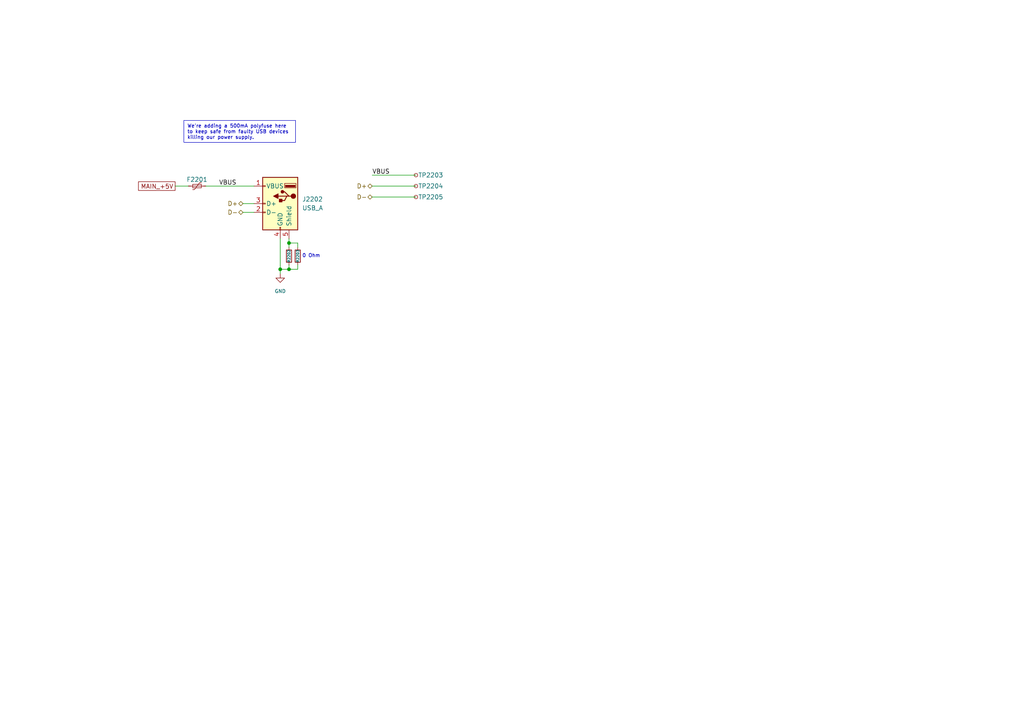
<source format=kicad_sch>
(kicad_sch (version 20250114) (generator "eeschema") (generator_version "9.0")
  (paper "A4")
  (title_block (company "Ashet Technologies") (comment 1 "This sheet implements a single USB A connector that can be used for internal expansions."))
  (lib_symbols
    (symbol "Connector:TestPoint_Small" (pin_numbers (hide yes)) (pin_names (offset 0.762) (hide yes))
      (property "Reference" "TP" (at 0 3.81 0))
      (property "Value" "TestPoint_Small" (at 0 2.032 0))
      (symbol "TestPoint_Small_0_1"
        (circle (center 0 0) (radius 0.508))
      )
      (symbol "TestPoint_Small_1_1"
        (pin passive line (at 0 0 90) (length 0) (name "1") (number "1"))
      )
    )
    (symbol "Connector:USB_A" (pin_names (offset 1.016))
      (property "Reference" "J" (at -5.08 11.43 0))
      (property "Value" "USB_A" (at -5.08 8.89 0))
      (symbol "USB_A_0_1"
        (rectangle (start -5.08 -7.62) (end 5.08 7.62) (stroke (width 0.254)) (fill (type background)))
        (circle (center -3.81 2.159) (radius 0.635) (stroke (width 0.254)) (fill (type outline)))
        (polyline (pts (xy -3.175 2.159) (xy -2.54 2.159) (xy -1.27 3.429) (xy -0.635 3.429)) (stroke (width 0.254)))
        (polyline (pts (xy -2.54 2.159) (xy -1.905 2.159) (xy -1.27 0.889) (xy 0 0.889)) (stroke (width 0.254)))
        (rectangle (start -1.524 4.826) (end -4.318 5.334) (fill (type outline)))
        (rectangle (start -1.27 4.572) (end -4.572 5.842))
        (circle (center -0.635 3.429) (radius 0.381) (stroke (width 0.254)) (fill (type outline)))
        (rectangle (start -0.127 -7.62) (end 0.127 -6.858))
        (rectangle (start 0.254 1.27) (end -0.508 0.508) (stroke (width 0.254)) (fill (type outline)))
        (polyline (pts (xy 0.635 2.794) (xy 0.635 1.524) (xy 1.905 2.159) (xy 0.635 2.794)) (stroke (width 0.254)) (fill (type outline)))
        (rectangle (start 5.08 4.953) (end 4.318 5.207))
        (rectangle (start 5.08 -0.127) (end 4.318 0.127))
        (rectangle (start 5.08 -2.667) (end 4.318 -2.413))
      )
      (symbol "USB_A_1_1"
        (polyline (pts (xy -1.905 2.159) (xy 0.635 2.159)) (stroke (width 0.254)))
        (pin passive line (at -2.54 -10.16 90) (length 2.54) (name "Shield") (number "5"))
        (pin power_in line (at 0 -10.16 90) (length 2.54) (name "GND") (number "4"))
        (pin power_in line (at 7.62 5.08 180) (length 2.54) (name "VBUS") (number "1"))
        (pin bidirectional line (at 7.62 0 180) (length 2.54) (name "D+") (number "3"))
        (pin bidirectional line (at 7.62 -2.54 180) (length 2.54) (name "D-") (number "2"))
      )
    )
    (symbol "Device:R_Small" (pin_numbers (hide yes)) (pin_names (offset 0.254) (hide yes))
      (property "Reference" "R" (at 0.762 0.508 0))
      (property "Value" "R_Small" (at 0.762 -1.016 0))
      (symbol "R_Small_0_1"
        (rectangle (start -0.762 1.778) (end 0.762 -1.778) (stroke (width 0.2032)))
      )
      (symbol "R_Small_1_1"
        (pin passive line (at 0 2.54 270) (length 0.762) (name "~") (number "1"))
        (pin passive line (at 0 -2.54 90) (length 0.762) (name "~") (number "2"))
      )
    )
    (symbol "SMD1206B050TF/15_1" (pin_numbers (hide yes)) (pin_names (hide yes))
      (property "Reference" "F" (at 2.54 2.54 0))
      (property "Value" "SMD1206B050TF/15" (at 0 0 0))
      (symbol "SMD1206B050TF/15_1_1_1"
        (polyline (pts (xy -1.016 1.27) (xy -1.016 0.762) (xy 1.016 -0.762) (xy 1.016 -1.27)))
        (rectangle (start -0.508 1.27) (end 0.508 -1.27))
        (polyline (pts (xy 0 2.54) (xy 0 -2.54)))
        (pin passive line (at 0 2.54 270) (length 0.635) (name "~") (number "1"))
        (pin passive line (at 0 -2.54 90) (length 0.635) (name "~") (number "2"))
      )
    )
    (symbol "power:GND" (power) (pin_numbers (hide yes)) (pin_names (offset 0) (hide yes))
      (property "Value" "GND" (at 0 -3.81 0))
      (symbol "GND_0_1"
        (polyline (pts (xy 0 0) (xy 0 -1.27) (xy 1.27 -1.27) (xy 0 -2.54) (xy -1.27 -1.27) (xy 0 -1.27)))
      )
      (symbol "GND_1_1"
        (pin power_in line (at 0 0 270) (length 0) (name "~") (number "1"))
      )
    )
  )
  (text "0 Ohm" (at 87.63 74.295 0) (effects (font (size 1.016 1.016)) (justify left)))
  (text_box "We're adding a 500mA polyfuse here\nto keep safe from faulty USB devices\nkilling our power supply." (at 53.34 34.925 0) (size 32.385 6.35) (margins 0.9525 0.9525 0.9525 0.9525) (fill (type color) (color 255 255 255 1)) (effects (font (size 1.016 1.016)) (justify left top)))
  (junction (at 83.82 70.485))
  (junction (at 83.82 78.105))
  (junction (at 81.28 78.105))
  (wire (pts (xy 81.28 78.105) (xy 83.82 78.105)))
  (wire (pts (xy 86.36 78.105) (xy 83.82 78.105)))
  (wire (pts (xy 54.61 53.975) (xy 50.8 53.975)))
  (wire (pts (xy 107.95 50.8) (xy 120.65 50.8)))
  (wire (pts (xy 83.82 78.105) (xy 83.82 76.835)))
  (wire (pts (xy 107.95 53.975) (xy 120.65 53.975)))
  (wire (pts (xy 107.95 57.15) (xy 120.65 57.15)))
  (wire (pts (xy 70.485 59.055) (xy 73.66 59.055)))
  (wire (pts (xy 81.28 69.215) (xy 81.28 78.105)))
  (wire (pts (xy 81.28 79.375) (xy 81.28 78.105)))
  (wire (pts (xy 83.82 69.215) (xy 83.82 70.485)))
  (wire (pts (xy 86.36 70.485) (xy 83.82 70.485)))
  (wire (pts (xy 86.36 76.835) (xy 86.36 78.105)))
  (wire (pts (xy 83.82 70.485) (xy 83.82 71.755)))
  (wire (pts (xy 59.69 53.975) (xy 73.66 53.975)))
  (wire (pts (xy 70.485 61.595) (xy 73.66 61.595)))
  (wire (pts (xy 86.36 71.755) (xy 86.36 70.485)))
  (label "VBUS" (at 107.95 50.8 0))
  (label "VBUS" (at 63.5 53.975 0))
  (global_label "MAIN_+5V" (shape passive) (at 50.8 53.975 180) (property "Intersheetrefs" "${INTERSHEET_REFS}" (effects (hide yes))))
  (hierarchical_label "D+" (shape bidirectional) (at 70.485 59.055 180))
  (hierarchical_label "D-" (shape bidirectional) (at 70.485 61.595 180))
  (hierarchical_label "D+" (shape bidirectional) (at 107.95 53.975 180))
  (hierarchical_label "D-" (shape bidirectional) (at 107.95 57.15 180))
  (symbol (lib_id "Device:R_Small") (at 83.82 74.295 180) (unit 1)
    (property "Reference" "R2102" (at 83.82 74.295 90) (effects (font (size 0.762 0.762))))
    (property "Value" "0" (effects (hide yes)))
    (property "Footprint" "Resistor_SMD:R_0603_1608Metric" (effects (hide yes)))
    (property "Description" "Resistor, small symbol" (effects (hide yes)))
    (instances (project "Backplane" (path "" (reference "R2202") (unit 1)) (path "" (reference "R2102") (unit 1))))
  )
  (symbol (lib_id "Connector:USB_A") (at 81.28 59.055 0) (mirror y) (unit 1)
    (property "Reference" "J2102" (at 87.63 57.7849 0) (effects (justify right)))
    (property "Value" "USB_A" (at 87.63 60.3249 0) (effects (justify right)))
    (property "Description" "USB Type A connector" (effects (hide yes)))
    (instances (project "Backplane" (path "" (reference "J2202") (unit 1)) (path "" (reference "J2102") (unit 1))))
  )
  (symbol (lib_id "power:GND") (at 81.28 79.375 0) (unit 1)
    (property "Reference" "#PWR02109" (effects (hide yes)))
    (property "Value" "GND" (at 81.28 84.455 0) (effects (font (size 1.016 1.016))))
    (property "Description" "Power symbol creates a global label with name \"GND\" , ground" (effects (hide yes)))
    (instances (project "Backplane" (path "" (reference "#PWR02209") (unit 1)) (path "" (reference "#PWR02109") (unit 1))))
  )
  (symbol (lib_id "Connector:TestPoint_Small") (at 120.65 57.15 0) (unit 1) (in_bom no)
    (property "Reference" "TP2105" (at 121.285 57.15 0) (effects (justify left)))
    (property "Value" "TestPoint_Small" (effects (hide yes)))
    (property "Footprint" "TestPoint:TestPoint_Pad_D1.0mm" (effects (hide yes)))
    (property "Description" "test point" (effects (hide yes)))
    (instances (project "Backplane" (path "" (reference "TP2205") (unit 1)) (path "" (reference "TP2105") (unit 1))))
  )
  (symbol (lib_id "Connector:TestPoint_Small") (at 120.65 50.8 0) (unit 1) (in_bom no)
    (property "Reference" "TP2103" (at 121.285 50.8 0) (effects (justify left)))
    (property "Value" "TestPoint_Small" (effects (hide yes)))
    (property "Footprint" "TestPoint:TestPoint_Pad_D1.0mm" (effects (hide yes)))
    (property "Description" "test point" (effects (hide yes)))
    (instances (project "Backplane" (path "" (reference "TP2203") (unit 1)) (path "" (reference "TP2103") (unit 1))))
  )
  (symbol (lib_id "Connector:TestPoint_Small") (at 120.65 53.975 0) (unit 1) (in_bom no)
    (property "Reference" "TP2104" (at 121.285 53.975 0) (effects (justify left)))
    (property "Value" "TestPoint_Small" (effects (hide yes)))
    (property "Footprint" "TestPoint:TestPoint_Pad_D1.0mm" (effects (hide yes)))
    (property "Description" "test point" (effects (hide yes)))
    (instances (project "Backplane" (path "" (reference "TP2204") (unit 1)) (path "" (reference "TP2104") (unit 1))))
  )
  (symbol (lib_id "Device:R_Small") (at 86.36 74.295 180) (unit 1)
    (property "Reference" "R2103" (at 86.36 74.295 90) (effects (font (size 0.762 0.762))))
    (property "Value" "0" (effects (hide yes)))
    (property "Footprint" "Resistor_SMD:R_0603_1608Metric" (effects (hide yes)))
    (property "Description" "Resistor, small symbol" (effects (hide yes)))
    (instances (project "Backplane" (path "" (reference "R2203") (unit 1)) (path "" (reference "R2103") (unit 1))))
  )
  (symbol (lib_name "SMD1206B050TF/15_1") (lib_id "Symbol Library:SMD1206B050TF/15") (at 57.15 53.975 270) (unit 1)
    (property "Reference" "F2101" (at 57.15 52.07 90))
    (property "Value" "SMD1206B050TF/15" (effects (hide yes)))
    (instances (project "Backplane" (path "" (reference "F2201") (unit 1)) (path "" (reference "F2101") (unit 1))))
  )
)
</source>
